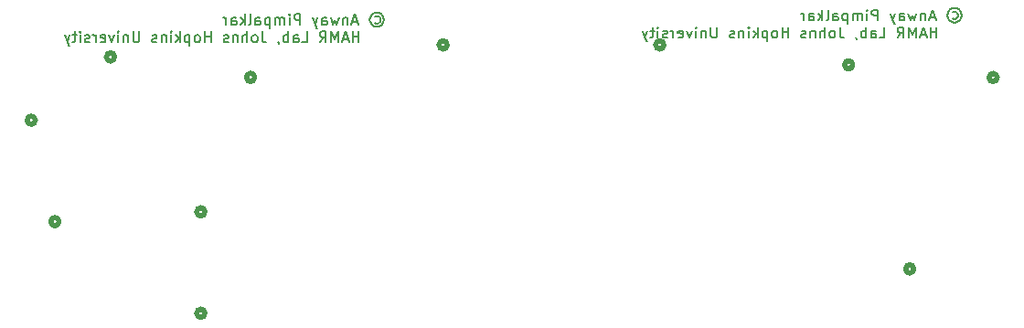
<source format=gbr>
%TF.GenerationSoftware,KiCad,Pcbnew,9.0.1*%
%TF.CreationDate,2025-06-09T02:27:10-04:00*%
%TF.ProjectId,Pneumatactors_1Xiao_3PiezoPumps_6Valves_TwoPiece,506e6575-6d61-4746-9163-746f72735f31,rev?*%
%TF.SameCoordinates,Original*%
%TF.FileFunction,Legend,Bot*%
%TF.FilePolarity,Positive*%
%FSLAX46Y46*%
G04 Gerber Fmt 4.6, Leading zero omitted, Abs format (unit mm)*
G04 Created by KiCad (PCBNEW 9.0.1) date 2025-06-09 02:27:10*
%MOMM*%
%LPD*%
G01*
G04 APERTURE LIST*
%ADD10C,0.150000*%
%ADD11C,0.508000*%
G04 APERTURE END LIST*
D10*
X230755696Y-57899170D02*
X230850935Y-57851551D01*
X230850935Y-57851551D02*
X231041411Y-57851551D01*
X231041411Y-57851551D02*
X231136649Y-57899170D01*
X231136649Y-57899170D02*
X231231887Y-57994408D01*
X231231887Y-57994408D02*
X231279506Y-58089646D01*
X231279506Y-58089646D02*
X231279506Y-58280122D01*
X231279506Y-58280122D02*
X231231887Y-58375360D01*
X231231887Y-58375360D02*
X231136649Y-58470598D01*
X231136649Y-58470598D02*
X231041411Y-58518217D01*
X231041411Y-58518217D02*
X230850935Y-58518217D01*
X230850935Y-58518217D02*
X230755696Y-58470598D01*
X230946173Y-57518217D02*
X231184268Y-57565836D01*
X231184268Y-57565836D02*
X231422363Y-57708694D01*
X231422363Y-57708694D02*
X231565220Y-57946789D01*
X231565220Y-57946789D02*
X231612839Y-58184884D01*
X231612839Y-58184884D02*
X231565220Y-58422979D01*
X231565220Y-58422979D02*
X231422363Y-58661075D01*
X231422363Y-58661075D02*
X231184268Y-58803932D01*
X231184268Y-58803932D02*
X230946173Y-58851551D01*
X230946173Y-58851551D02*
X230708077Y-58803932D01*
X230708077Y-58803932D02*
X230469982Y-58661075D01*
X230469982Y-58661075D02*
X230327125Y-58422979D01*
X230327125Y-58422979D02*
X230279506Y-58184884D01*
X230279506Y-58184884D02*
X230327125Y-57946789D01*
X230327125Y-57946789D02*
X230469982Y-57708694D01*
X230469982Y-57708694D02*
X230708077Y-57565836D01*
X230708077Y-57565836D02*
X230946173Y-57518217D01*
X229136648Y-58375360D02*
X228660458Y-58375360D01*
X229231886Y-58661075D02*
X228898553Y-57661075D01*
X228898553Y-57661075D02*
X228565220Y-58661075D01*
X228231886Y-57994408D02*
X228231886Y-58661075D01*
X228231886Y-58089646D02*
X228184267Y-58042027D01*
X228184267Y-58042027D02*
X228089029Y-57994408D01*
X228089029Y-57994408D02*
X227946172Y-57994408D01*
X227946172Y-57994408D02*
X227850934Y-58042027D01*
X227850934Y-58042027D02*
X227803315Y-58137265D01*
X227803315Y-58137265D02*
X227803315Y-58661075D01*
X227422362Y-57994408D02*
X227231886Y-58661075D01*
X227231886Y-58661075D02*
X227041410Y-58184884D01*
X227041410Y-58184884D02*
X226850934Y-58661075D01*
X226850934Y-58661075D02*
X226660458Y-57994408D01*
X225850934Y-58661075D02*
X225850934Y-58137265D01*
X225850934Y-58137265D02*
X225898553Y-58042027D01*
X225898553Y-58042027D02*
X225993791Y-57994408D01*
X225993791Y-57994408D02*
X226184267Y-57994408D01*
X226184267Y-57994408D02*
X226279505Y-58042027D01*
X225850934Y-58613456D02*
X225946172Y-58661075D01*
X225946172Y-58661075D02*
X226184267Y-58661075D01*
X226184267Y-58661075D02*
X226279505Y-58613456D01*
X226279505Y-58613456D02*
X226327124Y-58518217D01*
X226327124Y-58518217D02*
X226327124Y-58422979D01*
X226327124Y-58422979D02*
X226279505Y-58327741D01*
X226279505Y-58327741D02*
X226184267Y-58280122D01*
X226184267Y-58280122D02*
X225946172Y-58280122D01*
X225946172Y-58280122D02*
X225850934Y-58232503D01*
X225469981Y-57994408D02*
X225231886Y-58661075D01*
X224993791Y-57994408D02*
X225231886Y-58661075D01*
X225231886Y-58661075D02*
X225327124Y-58899170D01*
X225327124Y-58899170D02*
X225374743Y-58946789D01*
X225374743Y-58946789D02*
X225469981Y-58994408D01*
X223850933Y-58661075D02*
X223850933Y-57661075D01*
X223850933Y-57661075D02*
X223469981Y-57661075D01*
X223469981Y-57661075D02*
X223374743Y-57708694D01*
X223374743Y-57708694D02*
X223327124Y-57756313D01*
X223327124Y-57756313D02*
X223279505Y-57851551D01*
X223279505Y-57851551D02*
X223279505Y-57994408D01*
X223279505Y-57994408D02*
X223327124Y-58089646D01*
X223327124Y-58089646D02*
X223374743Y-58137265D01*
X223374743Y-58137265D02*
X223469981Y-58184884D01*
X223469981Y-58184884D02*
X223850933Y-58184884D01*
X222850933Y-58661075D02*
X222850933Y-57994408D01*
X222850933Y-57661075D02*
X222898552Y-57708694D01*
X222898552Y-57708694D02*
X222850933Y-57756313D01*
X222850933Y-57756313D02*
X222803314Y-57708694D01*
X222803314Y-57708694D02*
X222850933Y-57661075D01*
X222850933Y-57661075D02*
X222850933Y-57756313D01*
X222374743Y-58661075D02*
X222374743Y-57994408D01*
X222374743Y-58089646D02*
X222327124Y-58042027D01*
X222327124Y-58042027D02*
X222231886Y-57994408D01*
X222231886Y-57994408D02*
X222089029Y-57994408D01*
X222089029Y-57994408D02*
X221993791Y-58042027D01*
X221993791Y-58042027D02*
X221946172Y-58137265D01*
X221946172Y-58137265D02*
X221946172Y-58661075D01*
X221946172Y-58137265D02*
X221898553Y-58042027D01*
X221898553Y-58042027D02*
X221803315Y-57994408D01*
X221803315Y-57994408D02*
X221660458Y-57994408D01*
X221660458Y-57994408D02*
X221565219Y-58042027D01*
X221565219Y-58042027D02*
X221517600Y-58137265D01*
X221517600Y-58137265D02*
X221517600Y-58661075D01*
X221041410Y-57994408D02*
X221041410Y-58994408D01*
X221041410Y-58042027D02*
X220946172Y-57994408D01*
X220946172Y-57994408D02*
X220755696Y-57994408D01*
X220755696Y-57994408D02*
X220660458Y-58042027D01*
X220660458Y-58042027D02*
X220612839Y-58089646D01*
X220612839Y-58089646D02*
X220565220Y-58184884D01*
X220565220Y-58184884D02*
X220565220Y-58470598D01*
X220565220Y-58470598D02*
X220612839Y-58565836D01*
X220612839Y-58565836D02*
X220660458Y-58613456D01*
X220660458Y-58613456D02*
X220755696Y-58661075D01*
X220755696Y-58661075D02*
X220946172Y-58661075D01*
X220946172Y-58661075D02*
X221041410Y-58613456D01*
X219708077Y-58661075D02*
X219708077Y-58137265D01*
X219708077Y-58137265D02*
X219755696Y-58042027D01*
X219755696Y-58042027D02*
X219850934Y-57994408D01*
X219850934Y-57994408D02*
X220041410Y-57994408D01*
X220041410Y-57994408D02*
X220136648Y-58042027D01*
X219708077Y-58613456D02*
X219803315Y-58661075D01*
X219803315Y-58661075D02*
X220041410Y-58661075D01*
X220041410Y-58661075D02*
X220136648Y-58613456D01*
X220136648Y-58613456D02*
X220184267Y-58518217D01*
X220184267Y-58518217D02*
X220184267Y-58422979D01*
X220184267Y-58422979D02*
X220136648Y-58327741D01*
X220136648Y-58327741D02*
X220041410Y-58280122D01*
X220041410Y-58280122D02*
X219803315Y-58280122D01*
X219803315Y-58280122D02*
X219708077Y-58232503D01*
X219089029Y-58661075D02*
X219184267Y-58613456D01*
X219184267Y-58613456D02*
X219231886Y-58518217D01*
X219231886Y-58518217D02*
X219231886Y-57661075D01*
X218708076Y-58661075D02*
X218708076Y-57661075D01*
X218612838Y-58280122D02*
X218327124Y-58661075D01*
X218327124Y-57994408D02*
X218708076Y-58375360D01*
X217469981Y-58661075D02*
X217469981Y-58137265D01*
X217469981Y-58137265D02*
X217517600Y-58042027D01*
X217517600Y-58042027D02*
X217612838Y-57994408D01*
X217612838Y-57994408D02*
X217803314Y-57994408D01*
X217803314Y-57994408D02*
X217898552Y-58042027D01*
X217469981Y-58613456D02*
X217565219Y-58661075D01*
X217565219Y-58661075D02*
X217803314Y-58661075D01*
X217803314Y-58661075D02*
X217898552Y-58613456D01*
X217898552Y-58613456D02*
X217946171Y-58518217D01*
X217946171Y-58518217D02*
X217946171Y-58422979D01*
X217946171Y-58422979D02*
X217898552Y-58327741D01*
X217898552Y-58327741D02*
X217803314Y-58280122D01*
X217803314Y-58280122D02*
X217565219Y-58280122D01*
X217565219Y-58280122D02*
X217469981Y-58232503D01*
X216993790Y-58661075D02*
X216993790Y-57994408D01*
X216993790Y-58184884D02*
X216946171Y-58089646D01*
X216946171Y-58089646D02*
X216898552Y-58042027D01*
X216898552Y-58042027D02*
X216803314Y-57994408D01*
X216803314Y-57994408D02*
X216708076Y-57994408D01*
X229279505Y-60271019D02*
X229279505Y-59271019D01*
X229279505Y-59747209D02*
X228708077Y-59747209D01*
X228708077Y-60271019D02*
X228708077Y-59271019D01*
X228279505Y-59985304D02*
X227803315Y-59985304D01*
X228374743Y-60271019D02*
X228041410Y-59271019D01*
X228041410Y-59271019D02*
X227708077Y-60271019D01*
X227374743Y-60271019D02*
X227374743Y-59271019D01*
X227374743Y-59271019D02*
X227041410Y-59985304D01*
X227041410Y-59985304D02*
X226708077Y-59271019D01*
X226708077Y-59271019D02*
X226708077Y-60271019D01*
X225660458Y-60271019D02*
X225993791Y-59794828D01*
X226231886Y-60271019D02*
X226231886Y-59271019D01*
X226231886Y-59271019D02*
X225850934Y-59271019D01*
X225850934Y-59271019D02*
X225755696Y-59318638D01*
X225755696Y-59318638D02*
X225708077Y-59366257D01*
X225708077Y-59366257D02*
X225660458Y-59461495D01*
X225660458Y-59461495D02*
X225660458Y-59604352D01*
X225660458Y-59604352D02*
X225708077Y-59699590D01*
X225708077Y-59699590D02*
X225755696Y-59747209D01*
X225755696Y-59747209D02*
X225850934Y-59794828D01*
X225850934Y-59794828D02*
X226231886Y-59794828D01*
X223993791Y-60271019D02*
X224469981Y-60271019D01*
X224469981Y-60271019D02*
X224469981Y-59271019D01*
X223231886Y-60271019D02*
X223231886Y-59747209D01*
X223231886Y-59747209D02*
X223279505Y-59651971D01*
X223279505Y-59651971D02*
X223374743Y-59604352D01*
X223374743Y-59604352D02*
X223565219Y-59604352D01*
X223565219Y-59604352D02*
X223660457Y-59651971D01*
X223231886Y-60223400D02*
X223327124Y-60271019D01*
X223327124Y-60271019D02*
X223565219Y-60271019D01*
X223565219Y-60271019D02*
X223660457Y-60223400D01*
X223660457Y-60223400D02*
X223708076Y-60128161D01*
X223708076Y-60128161D02*
X223708076Y-60032923D01*
X223708076Y-60032923D02*
X223660457Y-59937685D01*
X223660457Y-59937685D02*
X223565219Y-59890066D01*
X223565219Y-59890066D02*
X223327124Y-59890066D01*
X223327124Y-59890066D02*
X223231886Y-59842447D01*
X222755695Y-60271019D02*
X222755695Y-59271019D01*
X222755695Y-59651971D02*
X222660457Y-59604352D01*
X222660457Y-59604352D02*
X222469981Y-59604352D01*
X222469981Y-59604352D02*
X222374743Y-59651971D01*
X222374743Y-59651971D02*
X222327124Y-59699590D01*
X222327124Y-59699590D02*
X222279505Y-59794828D01*
X222279505Y-59794828D02*
X222279505Y-60080542D01*
X222279505Y-60080542D02*
X222327124Y-60175780D01*
X222327124Y-60175780D02*
X222374743Y-60223400D01*
X222374743Y-60223400D02*
X222469981Y-60271019D01*
X222469981Y-60271019D02*
X222660457Y-60271019D01*
X222660457Y-60271019D02*
X222755695Y-60223400D01*
X221803314Y-60223400D02*
X221803314Y-60271019D01*
X221803314Y-60271019D02*
X221850933Y-60366257D01*
X221850933Y-60366257D02*
X221898552Y-60413876D01*
X220327124Y-59271019D02*
X220327124Y-59985304D01*
X220327124Y-59985304D02*
X220374743Y-60128161D01*
X220374743Y-60128161D02*
X220469981Y-60223400D01*
X220469981Y-60223400D02*
X220612838Y-60271019D01*
X220612838Y-60271019D02*
X220708076Y-60271019D01*
X219708076Y-60271019D02*
X219803314Y-60223400D01*
X219803314Y-60223400D02*
X219850933Y-60175780D01*
X219850933Y-60175780D02*
X219898552Y-60080542D01*
X219898552Y-60080542D02*
X219898552Y-59794828D01*
X219898552Y-59794828D02*
X219850933Y-59699590D01*
X219850933Y-59699590D02*
X219803314Y-59651971D01*
X219803314Y-59651971D02*
X219708076Y-59604352D01*
X219708076Y-59604352D02*
X219565219Y-59604352D01*
X219565219Y-59604352D02*
X219469981Y-59651971D01*
X219469981Y-59651971D02*
X219422362Y-59699590D01*
X219422362Y-59699590D02*
X219374743Y-59794828D01*
X219374743Y-59794828D02*
X219374743Y-60080542D01*
X219374743Y-60080542D02*
X219422362Y-60175780D01*
X219422362Y-60175780D02*
X219469981Y-60223400D01*
X219469981Y-60223400D02*
X219565219Y-60271019D01*
X219565219Y-60271019D02*
X219708076Y-60271019D01*
X218946171Y-60271019D02*
X218946171Y-59271019D01*
X218517600Y-60271019D02*
X218517600Y-59747209D01*
X218517600Y-59747209D02*
X218565219Y-59651971D01*
X218565219Y-59651971D02*
X218660457Y-59604352D01*
X218660457Y-59604352D02*
X218803314Y-59604352D01*
X218803314Y-59604352D02*
X218898552Y-59651971D01*
X218898552Y-59651971D02*
X218946171Y-59699590D01*
X218041409Y-59604352D02*
X218041409Y-60271019D01*
X218041409Y-59699590D02*
X217993790Y-59651971D01*
X217993790Y-59651971D02*
X217898552Y-59604352D01*
X217898552Y-59604352D02*
X217755695Y-59604352D01*
X217755695Y-59604352D02*
X217660457Y-59651971D01*
X217660457Y-59651971D02*
X217612838Y-59747209D01*
X217612838Y-59747209D02*
X217612838Y-60271019D01*
X217184266Y-60223400D02*
X217089028Y-60271019D01*
X217089028Y-60271019D02*
X216898552Y-60271019D01*
X216898552Y-60271019D02*
X216803314Y-60223400D01*
X216803314Y-60223400D02*
X216755695Y-60128161D01*
X216755695Y-60128161D02*
X216755695Y-60080542D01*
X216755695Y-60080542D02*
X216803314Y-59985304D01*
X216803314Y-59985304D02*
X216898552Y-59937685D01*
X216898552Y-59937685D02*
X217041409Y-59937685D01*
X217041409Y-59937685D02*
X217136647Y-59890066D01*
X217136647Y-59890066D02*
X217184266Y-59794828D01*
X217184266Y-59794828D02*
X217184266Y-59747209D01*
X217184266Y-59747209D02*
X217136647Y-59651971D01*
X217136647Y-59651971D02*
X217041409Y-59604352D01*
X217041409Y-59604352D02*
X216898552Y-59604352D01*
X216898552Y-59604352D02*
X216803314Y-59651971D01*
X215565218Y-60271019D02*
X215565218Y-59271019D01*
X215565218Y-59747209D02*
X214993790Y-59747209D01*
X214993790Y-60271019D02*
X214993790Y-59271019D01*
X214374742Y-60271019D02*
X214469980Y-60223400D01*
X214469980Y-60223400D02*
X214517599Y-60175780D01*
X214517599Y-60175780D02*
X214565218Y-60080542D01*
X214565218Y-60080542D02*
X214565218Y-59794828D01*
X214565218Y-59794828D02*
X214517599Y-59699590D01*
X214517599Y-59699590D02*
X214469980Y-59651971D01*
X214469980Y-59651971D02*
X214374742Y-59604352D01*
X214374742Y-59604352D02*
X214231885Y-59604352D01*
X214231885Y-59604352D02*
X214136647Y-59651971D01*
X214136647Y-59651971D02*
X214089028Y-59699590D01*
X214089028Y-59699590D02*
X214041409Y-59794828D01*
X214041409Y-59794828D02*
X214041409Y-60080542D01*
X214041409Y-60080542D02*
X214089028Y-60175780D01*
X214089028Y-60175780D02*
X214136647Y-60223400D01*
X214136647Y-60223400D02*
X214231885Y-60271019D01*
X214231885Y-60271019D02*
X214374742Y-60271019D01*
X213612837Y-59604352D02*
X213612837Y-60604352D01*
X213612837Y-59651971D02*
X213517599Y-59604352D01*
X213517599Y-59604352D02*
X213327123Y-59604352D01*
X213327123Y-59604352D02*
X213231885Y-59651971D01*
X213231885Y-59651971D02*
X213184266Y-59699590D01*
X213184266Y-59699590D02*
X213136647Y-59794828D01*
X213136647Y-59794828D02*
X213136647Y-60080542D01*
X213136647Y-60080542D02*
X213184266Y-60175780D01*
X213184266Y-60175780D02*
X213231885Y-60223400D01*
X213231885Y-60223400D02*
X213327123Y-60271019D01*
X213327123Y-60271019D02*
X213517599Y-60271019D01*
X213517599Y-60271019D02*
X213612837Y-60223400D01*
X212708075Y-60271019D02*
X212708075Y-59271019D01*
X212612837Y-59890066D02*
X212327123Y-60271019D01*
X212327123Y-59604352D02*
X212708075Y-59985304D01*
X211898551Y-60271019D02*
X211898551Y-59604352D01*
X211898551Y-59271019D02*
X211946170Y-59318638D01*
X211946170Y-59318638D02*
X211898551Y-59366257D01*
X211898551Y-59366257D02*
X211850932Y-59318638D01*
X211850932Y-59318638D02*
X211898551Y-59271019D01*
X211898551Y-59271019D02*
X211898551Y-59366257D01*
X211422361Y-59604352D02*
X211422361Y-60271019D01*
X211422361Y-59699590D02*
X211374742Y-59651971D01*
X211374742Y-59651971D02*
X211279504Y-59604352D01*
X211279504Y-59604352D02*
X211136647Y-59604352D01*
X211136647Y-59604352D02*
X211041409Y-59651971D01*
X211041409Y-59651971D02*
X210993790Y-59747209D01*
X210993790Y-59747209D02*
X210993790Y-60271019D01*
X210565218Y-60223400D02*
X210469980Y-60271019D01*
X210469980Y-60271019D02*
X210279504Y-60271019D01*
X210279504Y-60271019D02*
X210184266Y-60223400D01*
X210184266Y-60223400D02*
X210136647Y-60128161D01*
X210136647Y-60128161D02*
X210136647Y-60080542D01*
X210136647Y-60080542D02*
X210184266Y-59985304D01*
X210184266Y-59985304D02*
X210279504Y-59937685D01*
X210279504Y-59937685D02*
X210422361Y-59937685D01*
X210422361Y-59937685D02*
X210517599Y-59890066D01*
X210517599Y-59890066D02*
X210565218Y-59794828D01*
X210565218Y-59794828D02*
X210565218Y-59747209D01*
X210565218Y-59747209D02*
X210517599Y-59651971D01*
X210517599Y-59651971D02*
X210422361Y-59604352D01*
X210422361Y-59604352D02*
X210279504Y-59604352D01*
X210279504Y-59604352D02*
X210184266Y-59651971D01*
X208946170Y-59271019D02*
X208946170Y-60080542D01*
X208946170Y-60080542D02*
X208898551Y-60175780D01*
X208898551Y-60175780D02*
X208850932Y-60223400D01*
X208850932Y-60223400D02*
X208755694Y-60271019D01*
X208755694Y-60271019D02*
X208565218Y-60271019D01*
X208565218Y-60271019D02*
X208469980Y-60223400D01*
X208469980Y-60223400D02*
X208422361Y-60175780D01*
X208422361Y-60175780D02*
X208374742Y-60080542D01*
X208374742Y-60080542D02*
X208374742Y-59271019D01*
X207898551Y-59604352D02*
X207898551Y-60271019D01*
X207898551Y-59699590D02*
X207850932Y-59651971D01*
X207850932Y-59651971D02*
X207755694Y-59604352D01*
X207755694Y-59604352D02*
X207612837Y-59604352D01*
X207612837Y-59604352D02*
X207517599Y-59651971D01*
X207517599Y-59651971D02*
X207469980Y-59747209D01*
X207469980Y-59747209D02*
X207469980Y-60271019D01*
X206993789Y-60271019D02*
X206993789Y-59604352D01*
X206993789Y-59271019D02*
X207041408Y-59318638D01*
X207041408Y-59318638D02*
X206993789Y-59366257D01*
X206993789Y-59366257D02*
X206946170Y-59318638D01*
X206946170Y-59318638D02*
X206993789Y-59271019D01*
X206993789Y-59271019D02*
X206993789Y-59366257D01*
X206612837Y-59604352D02*
X206374742Y-60271019D01*
X206374742Y-60271019D02*
X206136647Y-59604352D01*
X205374742Y-60223400D02*
X205469980Y-60271019D01*
X205469980Y-60271019D02*
X205660456Y-60271019D01*
X205660456Y-60271019D02*
X205755694Y-60223400D01*
X205755694Y-60223400D02*
X205803313Y-60128161D01*
X205803313Y-60128161D02*
X205803313Y-59747209D01*
X205803313Y-59747209D02*
X205755694Y-59651971D01*
X205755694Y-59651971D02*
X205660456Y-59604352D01*
X205660456Y-59604352D02*
X205469980Y-59604352D01*
X205469980Y-59604352D02*
X205374742Y-59651971D01*
X205374742Y-59651971D02*
X205327123Y-59747209D01*
X205327123Y-59747209D02*
X205327123Y-59842447D01*
X205327123Y-59842447D02*
X205803313Y-59937685D01*
X204898551Y-60271019D02*
X204898551Y-59604352D01*
X204898551Y-59794828D02*
X204850932Y-59699590D01*
X204850932Y-59699590D02*
X204803313Y-59651971D01*
X204803313Y-59651971D02*
X204708075Y-59604352D01*
X204708075Y-59604352D02*
X204612837Y-59604352D01*
X204327122Y-60223400D02*
X204231884Y-60271019D01*
X204231884Y-60271019D02*
X204041408Y-60271019D01*
X204041408Y-60271019D02*
X203946170Y-60223400D01*
X203946170Y-60223400D02*
X203898551Y-60128161D01*
X203898551Y-60128161D02*
X203898551Y-60080542D01*
X203898551Y-60080542D02*
X203946170Y-59985304D01*
X203946170Y-59985304D02*
X204041408Y-59937685D01*
X204041408Y-59937685D02*
X204184265Y-59937685D01*
X204184265Y-59937685D02*
X204279503Y-59890066D01*
X204279503Y-59890066D02*
X204327122Y-59794828D01*
X204327122Y-59794828D02*
X204327122Y-59747209D01*
X204327122Y-59747209D02*
X204279503Y-59651971D01*
X204279503Y-59651971D02*
X204184265Y-59604352D01*
X204184265Y-59604352D02*
X204041408Y-59604352D01*
X204041408Y-59604352D02*
X203946170Y-59651971D01*
X203469979Y-60271019D02*
X203469979Y-59604352D01*
X203469979Y-59271019D02*
X203517598Y-59318638D01*
X203517598Y-59318638D02*
X203469979Y-59366257D01*
X203469979Y-59366257D02*
X203422360Y-59318638D01*
X203422360Y-59318638D02*
X203469979Y-59271019D01*
X203469979Y-59271019D02*
X203469979Y-59366257D01*
X203136646Y-59604352D02*
X202755694Y-59604352D01*
X202993789Y-59271019D02*
X202993789Y-60128161D01*
X202993789Y-60128161D02*
X202946170Y-60223400D01*
X202946170Y-60223400D02*
X202850932Y-60271019D01*
X202850932Y-60271019D02*
X202755694Y-60271019D01*
X202517598Y-59604352D02*
X202279503Y-60271019D01*
X202041408Y-59604352D02*
X202279503Y-60271019D01*
X202279503Y-60271019D02*
X202374741Y-60509114D01*
X202374741Y-60509114D02*
X202422360Y-60556733D01*
X202422360Y-60556733D02*
X202517598Y-60604352D01*
X177263296Y-58305570D02*
X177358535Y-58257951D01*
X177358535Y-58257951D02*
X177549011Y-58257951D01*
X177549011Y-58257951D02*
X177644249Y-58305570D01*
X177644249Y-58305570D02*
X177739487Y-58400808D01*
X177739487Y-58400808D02*
X177787106Y-58496046D01*
X177787106Y-58496046D02*
X177787106Y-58686522D01*
X177787106Y-58686522D02*
X177739487Y-58781760D01*
X177739487Y-58781760D02*
X177644249Y-58876998D01*
X177644249Y-58876998D02*
X177549011Y-58924617D01*
X177549011Y-58924617D02*
X177358535Y-58924617D01*
X177358535Y-58924617D02*
X177263296Y-58876998D01*
X177453773Y-57924617D02*
X177691868Y-57972236D01*
X177691868Y-57972236D02*
X177929963Y-58115094D01*
X177929963Y-58115094D02*
X178072820Y-58353189D01*
X178072820Y-58353189D02*
X178120439Y-58591284D01*
X178120439Y-58591284D02*
X178072820Y-58829379D01*
X178072820Y-58829379D02*
X177929963Y-59067475D01*
X177929963Y-59067475D02*
X177691868Y-59210332D01*
X177691868Y-59210332D02*
X177453773Y-59257951D01*
X177453773Y-59257951D02*
X177215677Y-59210332D01*
X177215677Y-59210332D02*
X176977582Y-59067475D01*
X176977582Y-59067475D02*
X176834725Y-58829379D01*
X176834725Y-58829379D02*
X176787106Y-58591284D01*
X176787106Y-58591284D02*
X176834725Y-58353189D01*
X176834725Y-58353189D02*
X176977582Y-58115094D01*
X176977582Y-58115094D02*
X177215677Y-57972236D01*
X177215677Y-57972236D02*
X177453773Y-57924617D01*
X175644248Y-58781760D02*
X175168058Y-58781760D01*
X175739486Y-59067475D02*
X175406153Y-58067475D01*
X175406153Y-58067475D02*
X175072820Y-59067475D01*
X174739486Y-58400808D02*
X174739486Y-59067475D01*
X174739486Y-58496046D02*
X174691867Y-58448427D01*
X174691867Y-58448427D02*
X174596629Y-58400808D01*
X174596629Y-58400808D02*
X174453772Y-58400808D01*
X174453772Y-58400808D02*
X174358534Y-58448427D01*
X174358534Y-58448427D02*
X174310915Y-58543665D01*
X174310915Y-58543665D02*
X174310915Y-59067475D01*
X173929962Y-58400808D02*
X173739486Y-59067475D01*
X173739486Y-59067475D02*
X173549010Y-58591284D01*
X173549010Y-58591284D02*
X173358534Y-59067475D01*
X173358534Y-59067475D02*
X173168058Y-58400808D01*
X172358534Y-59067475D02*
X172358534Y-58543665D01*
X172358534Y-58543665D02*
X172406153Y-58448427D01*
X172406153Y-58448427D02*
X172501391Y-58400808D01*
X172501391Y-58400808D02*
X172691867Y-58400808D01*
X172691867Y-58400808D02*
X172787105Y-58448427D01*
X172358534Y-59019856D02*
X172453772Y-59067475D01*
X172453772Y-59067475D02*
X172691867Y-59067475D01*
X172691867Y-59067475D02*
X172787105Y-59019856D01*
X172787105Y-59019856D02*
X172834724Y-58924617D01*
X172834724Y-58924617D02*
X172834724Y-58829379D01*
X172834724Y-58829379D02*
X172787105Y-58734141D01*
X172787105Y-58734141D02*
X172691867Y-58686522D01*
X172691867Y-58686522D02*
X172453772Y-58686522D01*
X172453772Y-58686522D02*
X172358534Y-58638903D01*
X171977581Y-58400808D02*
X171739486Y-59067475D01*
X171501391Y-58400808D02*
X171739486Y-59067475D01*
X171739486Y-59067475D02*
X171834724Y-59305570D01*
X171834724Y-59305570D02*
X171882343Y-59353189D01*
X171882343Y-59353189D02*
X171977581Y-59400808D01*
X170358533Y-59067475D02*
X170358533Y-58067475D01*
X170358533Y-58067475D02*
X169977581Y-58067475D01*
X169977581Y-58067475D02*
X169882343Y-58115094D01*
X169882343Y-58115094D02*
X169834724Y-58162713D01*
X169834724Y-58162713D02*
X169787105Y-58257951D01*
X169787105Y-58257951D02*
X169787105Y-58400808D01*
X169787105Y-58400808D02*
X169834724Y-58496046D01*
X169834724Y-58496046D02*
X169882343Y-58543665D01*
X169882343Y-58543665D02*
X169977581Y-58591284D01*
X169977581Y-58591284D02*
X170358533Y-58591284D01*
X169358533Y-59067475D02*
X169358533Y-58400808D01*
X169358533Y-58067475D02*
X169406152Y-58115094D01*
X169406152Y-58115094D02*
X169358533Y-58162713D01*
X169358533Y-58162713D02*
X169310914Y-58115094D01*
X169310914Y-58115094D02*
X169358533Y-58067475D01*
X169358533Y-58067475D02*
X169358533Y-58162713D01*
X168882343Y-59067475D02*
X168882343Y-58400808D01*
X168882343Y-58496046D02*
X168834724Y-58448427D01*
X168834724Y-58448427D02*
X168739486Y-58400808D01*
X168739486Y-58400808D02*
X168596629Y-58400808D01*
X168596629Y-58400808D02*
X168501391Y-58448427D01*
X168501391Y-58448427D02*
X168453772Y-58543665D01*
X168453772Y-58543665D02*
X168453772Y-59067475D01*
X168453772Y-58543665D02*
X168406153Y-58448427D01*
X168406153Y-58448427D02*
X168310915Y-58400808D01*
X168310915Y-58400808D02*
X168168058Y-58400808D01*
X168168058Y-58400808D02*
X168072819Y-58448427D01*
X168072819Y-58448427D02*
X168025200Y-58543665D01*
X168025200Y-58543665D02*
X168025200Y-59067475D01*
X167549010Y-58400808D02*
X167549010Y-59400808D01*
X167549010Y-58448427D02*
X167453772Y-58400808D01*
X167453772Y-58400808D02*
X167263296Y-58400808D01*
X167263296Y-58400808D02*
X167168058Y-58448427D01*
X167168058Y-58448427D02*
X167120439Y-58496046D01*
X167120439Y-58496046D02*
X167072820Y-58591284D01*
X167072820Y-58591284D02*
X167072820Y-58876998D01*
X167072820Y-58876998D02*
X167120439Y-58972236D01*
X167120439Y-58972236D02*
X167168058Y-59019856D01*
X167168058Y-59019856D02*
X167263296Y-59067475D01*
X167263296Y-59067475D02*
X167453772Y-59067475D01*
X167453772Y-59067475D02*
X167549010Y-59019856D01*
X166215677Y-59067475D02*
X166215677Y-58543665D01*
X166215677Y-58543665D02*
X166263296Y-58448427D01*
X166263296Y-58448427D02*
X166358534Y-58400808D01*
X166358534Y-58400808D02*
X166549010Y-58400808D01*
X166549010Y-58400808D02*
X166644248Y-58448427D01*
X166215677Y-59019856D02*
X166310915Y-59067475D01*
X166310915Y-59067475D02*
X166549010Y-59067475D01*
X166549010Y-59067475D02*
X166644248Y-59019856D01*
X166644248Y-59019856D02*
X166691867Y-58924617D01*
X166691867Y-58924617D02*
X166691867Y-58829379D01*
X166691867Y-58829379D02*
X166644248Y-58734141D01*
X166644248Y-58734141D02*
X166549010Y-58686522D01*
X166549010Y-58686522D02*
X166310915Y-58686522D01*
X166310915Y-58686522D02*
X166215677Y-58638903D01*
X165596629Y-59067475D02*
X165691867Y-59019856D01*
X165691867Y-59019856D02*
X165739486Y-58924617D01*
X165739486Y-58924617D02*
X165739486Y-58067475D01*
X165215676Y-59067475D02*
X165215676Y-58067475D01*
X165120438Y-58686522D02*
X164834724Y-59067475D01*
X164834724Y-58400808D02*
X165215676Y-58781760D01*
X163977581Y-59067475D02*
X163977581Y-58543665D01*
X163977581Y-58543665D02*
X164025200Y-58448427D01*
X164025200Y-58448427D02*
X164120438Y-58400808D01*
X164120438Y-58400808D02*
X164310914Y-58400808D01*
X164310914Y-58400808D02*
X164406152Y-58448427D01*
X163977581Y-59019856D02*
X164072819Y-59067475D01*
X164072819Y-59067475D02*
X164310914Y-59067475D01*
X164310914Y-59067475D02*
X164406152Y-59019856D01*
X164406152Y-59019856D02*
X164453771Y-58924617D01*
X164453771Y-58924617D02*
X164453771Y-58829379D01*
X164453771Y-58829379D02*
X164406152Y-58734141D01*
X164406152Y-58734141D02*
X164310914Y-58686522D01*
X164310914Y-58686522D02*
X164072819Y-58686522D01*
X164072819Y-58686522D02*
X163977581Y-58638903D01*
X163501390Y-59067475D02*
X163501390Y-58400808D01*
X163501390Y-58591284D02*
X163453771Y-58496046D01*
X163453771Y-58496046D02*
X163406152Y-58448427D01*
X163406152Y-58448427D02*
X163310914Y-58400808D01*
X163310914Y-58400808D02*
X163215676Y-58400808D01*
X175787105Y-60677419D02*
X175787105Y-59677419D01*
X175787105Y-60153609D02*
X175215677Y-60153609D01*
X175215677Y-60677419D02*
X175215677Y-59677419D01*
X174787105Y-60391704D02*
X174310915Y-60391704D01*
X174882343Y-60677419D02*
X174549010Y-59677419D01*
X174549010Y-59677419D02*
X174215677Y-60677419D01*
X173882343Y-60677419D02*
X173882343Y-59677419D01*
X173882343Y-59677419D02*
X173549010Y-60391704D01*
X173549010Y-60391704D02*
X173215677Y-59677419D01*
X173215677Y-59677419D02*
X173215677Y-60677419D01*
X172168058Y-60677419D02*
X172501391Y-60201228D01*
X172739486Y-60677419D02*
X172739486Y-59677419D01*
X172739486Y-59677419D02*
X172358534Y-59677419D01*
X172358534Y-59677419D02*
X172263296Y-59725038D01*
X172263296Y-59725038D02*
X172215677Y-59772657D01*
X172215677Y-59772657D02*
X172168058Y-59867895D01*
X172168058Y-59867895D02*
X172168058Y-60010752D01*
X172168058Y-60010752D02*
X172215677Y-60105990D01*
X172215677Y-60105990D02*
X172263296Y-60153609D01*
X172263296Y-60153609D02*
X172358534Y-60201228D01*
X172358534Y-60201228D02*
X172739486Y-60201228D01*
X170501391Y-60677419D02*
X170977581Y-60677419D01*
X170977581Y-60677419D02*
X170977581Y-59677419D01*
X169739486Y-60677419D02*
X169739486Y-60153609D01*
X169739486Y-60153609D02*
X169787105Y-60058371D01*
X169787105Y-60058371D02*
X169882343Y-60010752D01*
X169882343Y-60010752D02*
X170072819Y-60010752D01*
X170072819Y-60010752D02*
X170168057Y-60058371D01*
X169739486Y-60629800D02*
X169834724Y-60677419D01*
X169834724Y-60677419D02*
X170072819Y-60677419D01*
X170072819Y-60677419D02*
X170168057Y-60629800D01*
X170168057Y-60629800D02*
X170215676Y-60534561D01*
X170215676Y-60534561D02*
X170215676Y-60439323D01*
X170215676Y-60439323D02*
X170168057Y-60344085D01*
X170168057Y-60344085D02*
X170072819Y-60296466D01*
X170072819Y-60296466D02*
X169834724Y-60296466D01*
X169834724Y-60296466D02*
X169739486Y-60248847D01*
X169263295Y-60677419D02*
X169263295Y-59677419D01*
X169263295Y-60058371D02*
X169168057Y-60010752D01*
X169168057Y-60010752D02*
X168977581Y-60010752D01*
X168977581Y-60010752D02*
X168882343Y-60058371D01*
X168882343Y-60058371D02*
X168834724Y-60105990D01*
X168834724Y-60105990D02*
X168787105Y-60201228D01*
X168787105Y-60201228D02*
X168787105Y-60486942D01*
X168787105Y-60486942D02*
X168834724Y-60582180D01*
X168834724Y-60582180D02*
X168882343Y-60629800D01*
X168882343Y-60629800D02*
X168977581Y-60677419D01*
X168977581Y-60677419D02*
X169168057Y-60677419D01*
X169168057Y-60677419D02*
X169263295Y-60629800D01*
X168310914Y-60629800D02*
X168310914Y-60677419D01*
X168310914Y-60677419D02*
X168358533Y-60772657D01*
X168358533Y-60772657D02*
X168406152Y-60820276D01*
X166834724Y-59677419D02*
X166834724Y-60391704D01*
X166834724Y-60391704D02*
X166882343Y-60534561D01*
X166882343Y-60534561D02*
X166977581Y-60629800D01*
X166977581Y-60629800D02*
X167120438Y-60677419D01*
X167120438Y-60677419D02*
X167215676Y-60677419D01*
X166215676Y-60677419D02*
X166310914Y-60629800D01*
X166310914Y-60629800D02*
X166358533Y-60582180D01*
X166358533Y-60582180D02*
X166406152Y-60486942D01*
X166406152Y-60486942D02*
X166406152Y-60201228D01*
X166406152Y-60201228D02*
X166358533Y-60105990D01*
X166358533Y-60105990D02*
X166310914Y-60058371D01*
X166310914Y-60058371D02*
X166215676Y-60010752D01*
X166215676Y-60010752D02*
X166072819Y-60010752D01*
X166072819Y-60010752D02*
X165977581Y-60058371D01*
X165977581Y-60058371D02*
X165929962Y-60105990D01*
X165929962Y-60105990D02*
X165882343Y-60201228D01*
X165882343Y-60201228D02*
X165882343Y-60486942D01*
X165882343Y-60486942D02*
X165929962Y-60582180D01*
X165929962Y-60582180D02*
X165977581Y-60629800D01*
X165977581Y-60629800D02*
X166072819Y-60677419D01*
X166072819Y-60677419D02*
X166215676Y-60677419D01*
X165453771Y-60677419D02*
X165453771Y-59677419D01*
X165025200Y-60677419D02*
X165025200Y-60153609D01*
X165025200Y-60153609D02*
X165072819Y-60058371D01*
X165072819Y-60058371D02*
X165168057Y-60010752D01*
X165168057Y-60010752D02*
X165310914Y-60010752D01*
X165310914Y-60010752D02*
X165406152Y-60058371D01*
X165406152Y-60058371D02*
X165453771Y-60105990D01*
X164549009Y-60010752D02*
X164549009Y-60677419D01*
X164549009Y-60105990D02*
X164501390Y-60058371D01*
X164501390Y-60058371D02*
X164406152Y-60010752D01*
X164406152Y-60010752D02*
X164263295Y-60010752D01*
X164263295Y-60010752D02*
X164168057Y-60058371D01*
X164168057Y-60058371D02*
X164120438Y-60153609D01*
X164120438Y-60153609D02*
X164120438Y-60677419D01*
X163691866Y-60629800D02*
X163596628Y-60677419D01*
X163596628Y-60677419D02*
X163406152Y-60677419D01*
X163406152Y-60677419D02*
X163310914Y-60629800D01*
X163310914Y-60629800D02*
X163263295Y-60534561D01*
X163263295Y-60534561D02*
X163263295Y-60486942D01*
X163263295Y-60486942D02*
X163310914Y-60391704D01*
X163310914Y-60391704D02*
X163406152Y-60344085D01*
X163406152Y-60344085D02*
X163549009Y-60344085D01*
X163549009Y-60344085D02*
X163644247Y-60296466D01*
X163644247Y-60296466D02*
X163691866Y-60201228D01*
X163691866Y-60201228D02*
X163691866Y-60153609D01*
X163691866Y-60153609D02*
X163644247Y-60058371D01*
X163644247Y-60058371D02*
X163549009Y-60010752D01*
X163549009Y-60010752D02*
X163406152Y-60010752D01*
X163406152Y-60010752D02*
X163310914Y-60058371D01*
X162072818Y-60677419D02*
X162072818Y-59677419D01*
X162072818Y-60153609D02*
X161501390Y-60153609D01*
X161501390Y-60677419D02*
X161501390Y-59677419D01*
X160882342Y-60677419D02*
X160977580Y-60629800D01*
X160977580Y-60629800D02*
X161025199Y-60582180D01*
X161025199Y-60582180D02*
X161072818Y-60486942D01*
X161072818Y-60486942D02*
X161072818Y-60201228D01*
X161072818Y-60201228D02*
X161025199Y-60105990D01*
X161025199Y-60105990D02*
X160977580Y-60058371D01*
X160977580Y-60058371D02*
X160882342Y-60010752D01*
X160882342Y-60010752D02*
X160739485Y-60010752D01*
X160739485Y-60010752D02*
X160644247Y-60058371D01*
X160644247Y-60058371D02*
X160596628Y-60105990D01*
X160596628Y-60105990D02*
X160549009Y-60201228D01*
X160549009Y-60201228D02*
X160549009Y-60486942D01*
X160549009Y-60486942D02*
X160596628Y-60582180D01*
X160596628Y-60582180D02*
X160644247Y-60629800D01*
X160644247Y-60629800D02*
X160739485Y-60677419D01*
X160739485Y-60677419D02*
X160882342Y-60677419D01*
X160120437Y-60010752D02*
X160120437Y-61010752D01*
X160120437Y-60058371D02*
X160025199Y-60010752D01*
X160025199Y-60010752D02*
X159834723Y-60010752D01*
X159834723Y-60010752D02*
X159739485Y-60058371D01*
X159739485Y-60058371D02*
X159691866Y-60105990D01*
X159691866Y-60105990D02*
X159644247Y-60201228D01*
X159644247Y-60201228D02*
X159644247Y-60486942D01*
X159644247Y-60486942D02*
X159691866Y-60582180D01*
X159691866Y-60582180D02*
X159739485Y-60629800D01*
X159739485Y-60629800D02*
X159834723Y-60677419D01*
X159834723Y-60677419D02*
X160025199Y-60677419D01*
X160025199Y-60677419D02*
X160120437Y-60629800D01*
X159215675Y-60677419D02*
X159215675Y-59677419D01*
X159120437Y-60296466D02*
X158834723Y-60677419D01*
X158834723Y-60010752D02*
X159215675Y-60391704D01*
X158406151Y-60677419D02*
X158406151Y-60010752D01*
X158406151Y-59677419D02*
X158453770Y-59725038D01*
X158453770Y-59725038D02*
X158406151Y-59772657D01*
X158406151Y-59772657D02*
X158358532Y-59725038D01*
X158358532Y-59725038D02*
X158406151Y-59677419D01*
X158406151Y-59677419D02*
X158406151Y-59772657D01*
X157929961Y-60010752D02*
X157929961Y-60677419D01*
X157929961Y-60105990D02*
X157882342Y-60058371D01*
X157882342Y-60058371D02*
X157787104Y-60010752D01*
X157787104Y-60010752D02*
X157644247Y-60010752D01*
X157644247Y-60010752D02*
X157549009Y-60058371D01*
X157549009Y-60058371D02*
X157501390Y-60153609D01*
X157501390Y-60153609D02*
X157501390Y-60677419D01*
X157072818Y-60629800D02*
X156977580Y-60677419D01*
X156977580Y-60677419D02*
X156787104Y-60677419D01*
X156787104Y-60677419D02*
X156691866Y-60629800D01*
X156691866Y-60629800D02*
X156644247Y-60534561D01*
X156644247Y-60534561D02*
X156644247Y-60486942D01*
X156644247Y-60486942D02*
X156691866Y-60391704D01*
X156691866Y-60391704D02*
X156787104Y-60344085D01*
X156787104Y-60344085D02*
X156929961Y-60344085D01*
X156929961Y-60344085D02*
X157025199Y-60296466D01*
X157025199Y-60296466D02*
X157072818Y-60201228D01*
X157072818Y-60201228D02*
X157072818Y-60153609D01*
X157072818Y-60153609D02*
X157025199Y-60058371D01*
X157025199Y-60058371D02*
X156929961Y-60010752D01*
X156929961Y-60010752D02*
X156787104Y-60010752D01*
X156787104Y-60010752D02*
X156691866Y-60058371D01*
X155453770Y-59677419D02*
X155453770Y-60486942D01*
X155453770Y-60486942D02*
X155406151Y-60582180D01*
X155406151Y-60582180D02*
X155358532Y-60629800D01*
X155358532Y-60629800D02*
X155263294Y-60677419D01*
X155263294Y-60677419D02*
X155072818Y-60677419D01*
X155072818Y-60677419D02*
X154977580Y-60629800D01*
X154977580Y-60629800D02*
X154929961Y-60582180D01*
X154929961Y-60582180D02*
X154882342Y-60486942D01*
X154882342Y-60486942D02*
X154882342Y-59677419D01*
X154406151Y-60010752D02*
X154406151Y-60677419D01*
X154406151Y-60105990D02*
X154358532Y-60058371D01*
X154358532Y-60058371D02*
X154263294Y-60010752D01*
X154263294Y-60010752D02*
X154120437Y-60010752D01*
X154120437Y-60010752D02*
X154025199Y-60058371D01*
X154025199Y-60058371D02*
X153977580Y-60153609D01*
X153977580Y-60153609D02*
X153977580Y-60677419D01*
X153501389Y-60677419D02*
X153501389Y-60010752D01*
X153501389Y-59677419D02*
X153549008Y-59725038D01*
X153549008Y-59725038D02*
X153501389Y-59772657D01*
X153501389Y-59772657D02*
X153453770Y-59725038D01*
X153453770Y-59725038D02*
X153501389Y-59677419D01*
X153501389Y-59677419D02*
X153501389Y-59772657D01*
X153120437Y-60010752D02*
X152882342Y-60677419D01*
X152882342Y-60677419D02*
X152644247Y-60010752D01*
X151882342Y-60629800D02*
X151977580Y-60677419D01*
X151977580Y-60677419D02*
X152168056Y-60677419D01*
X152168056Y-60677419D02*
X152263294Y-60629800D01*
X152263294Y-60629800D02*
X152310913Y-60534561D01*
X152310913Y-60534561D02*
X152310913Y-60153609D01*
X152310913Y-60153609D02*
X152263294Y-60058371D01*
X152263294Y-60058371D02*
X152168056Y-60010752D01*
X152168056Y-60010752D02*
X151977580Y-60010752D01*
X151977580Y-60010752D02*
X151882342Y-60058371D01*
X151882342Y-60058371D02*
X151834723Y-60153609D01*
X151834723Y-60153609D02*
X151834723Y-60248847D01*
X151834723Y-60248847D02*
X152310913Y-60344085D01*
X151406151Y-60677419D02*
X151406151Y-60010752D01*
X151406151Y-60201228D02*
X151358532Y-60105990D01*
X151358532Y-60105990D02*
X151310913Y-60058371D01*
X151310913Y-60058371D02*
X151215675Y-60010752D01*
X151215675Y-60010752D02*
X151120437Y-60010752D01*
X150834722Y-60629800D02*
X150739484Y-60677419D01*
X150739484Y-60677419D02*
X150549008Y-60677419D01*
X150549008Y-60677419D02*
X150453770Y-60629800D01*
X150453770Y-60629800D02*
X150406151Y-60534561D01*
X150406151Y-60534561D02*
X150406151Y-60486942D01*
X150406151Y-60486942D02*
X150453770Y-60391704D01*
X150453770Y-60391704D02*
X150549008Y-60344085D01*
X150549008Y-60344085D02*
X150691865Y-60344085D01*
X150691865Y-60344085D02*
X150787103Y-60296466D01*
X150787103Y-60296466D02*
X150834722Y-60201228D01*
X150834722Y-60201228D02*
X150834722Y-60153609D01*
X150834722Y-60153609D02*
X150787103Y-60058371D01*
X150787103Y-60058371D02*
X150691865Y-60010752D01*
X150691865Y-60010752D02*
X150549008Y-60010752D01*
X150549008Y-60010752D02*
X150453770Y-60058371D01*
X149977579Y-60677419D02*
X149977579Y-60010752D01*
X149977579Y-59677419D02*
X150025198Y-59725038D01*
X150025198Y-59725038D02*
X149977579Y-59772657D01*
X149977579Y-59772657D02*
X149929960Y-59725038D01*
X149929960Y-59725038D02*
X149977579Y-59677419D01*
X149977579Y-59677419D02*
X149977579Y-59772657D01*
X149644246Y-60010752D02*
X149263294Y-60010752D01*
X149501389Y-59677419D02*
X149501389Y-60534561D01*
X149501389Y-60534561D02*
X149453770Y-60629800D01*
X149453770Y-60629800D02*
X149358532Y-60677419D01*
X149358532Y-60677419D02*
X149263294Y-60677419D01*
X149025198Y-60010752D02*
X148787103Y-60677419D01*
X148549008Y-60010752D02*
X148787103Y-60677419D01*
X148787103Y-60677419D02*
X148882341Y-60915514D01*
X148882341Y-60915514D02*
X148929960Y-60963133D01*
X148929960Y-60963133D02*
X149025198Y-61010752D01*
D11*
%TO.C,J4*%
X161531700Y-76400700D02*
G75*
G02*
X160769700Y-76400700I-381000J0D01*
G01*
X160769700Y-76400700D02*
G75*
G02*
X161531700Y-76400700I381000J0D01*
G01*
%TO.C,J12*%
X204038200Y-60923800D02*
G75*
G02*
X203276200Y-60923800I-381000J0D01*
G01*
X203276200Y-60923800D02*
G75*
G02*
X204038200Y-60923800I381000J0D01*
G01*
%TO.C,J8*%
X221519654Y-62771778D02*
G75*
G02*
X220757656Y-62771778I-380999J0D01*
G01*
X220757656Y-62771778D02*
G75*
G02*
X221519654Y-62771778I380999J0D01*
G01*
%TO.C,J7*%
X148019623Y-77300801D02*
G75*
G02*
X147257621Y-77300801I-381001J0D01*
G01*
X147257621Y-77300801D02*
G75*
G02*
X148019623Y-77300801I381001J0D01*
G01*
%TO.C,J9*%
X166140629Y-63934199D02*
G75*
G02*
X165378631Y-63934199I-380999J0D01*
G01*
X165378631Y-63934199D02*
G75*
G02*
X166140629Y-63934199I380999J0D01*
G01*
%TO.C,J2*%
X234903788Y-63944013D02*
G75*
G02*
X234141788Y-63944013I-381000J0D01*
G01*
X234141788Y-63944013D02*
G75*
G02*
X234903788Y-63944013I381000J0D01*
G01*
%TO.C,J10*%
X153175418Y-62037757D02*
G75*
G02*
X152413414Y-62037757I-381002J0D01*
G01*
X152413414Y-62037757D02*
G75*
G02*
X153175418Y-62037757I381002J0D01*
G01*
%TO.C,J5*%
X161531700Y-85798700D02*
G75*
G02*
X160769700Y-85798700I-381000J0D01*
G01*
X160769700Y-85798700D02*
G75*
G02*
X161531700Y-85798700I381000J0D01*
G01*
%TO.C,J3*%
X227180814Y-81678969D02*
G75*
G02*
X226418814Y-81678969I-381000J0D01*
G01*
X226418814Y-81678969D02*
G75*
G02*
X227180814Y-81678969I381000J0D01*
G01*
%TO.C,J6*%
X145831891Y-67902801D02*
G75*
G02*
X145069889Y-67902801I-381001J0D01*
G01*
X145069889Y-67902801D02*
G75*
G02*
X145831891Y-67902801I381001J0D01*
G01*
%TO.C,J11*%
X183972200Y-60923800D02*
G75*
G02*
X183210200Y-60923800I-381000J0D01*
G01*
X183210200Y-60923800D02*
G75*
G02*
X183972200Y-60923800I381000J0D01*
G01*
%TD*%
M02*

</source>
